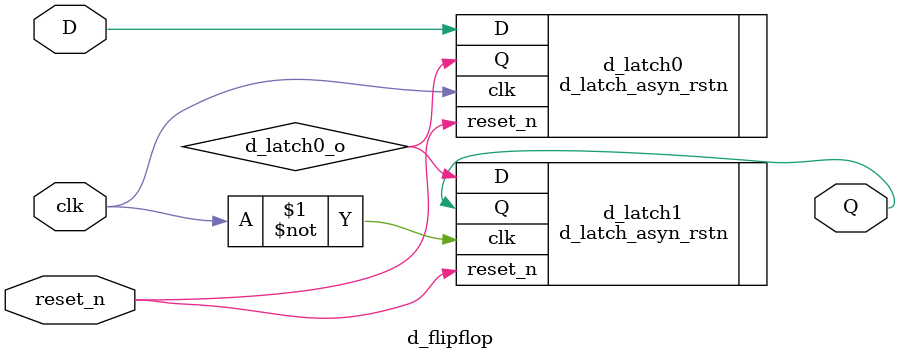
<source format=sv>
`timescale 1ns / 1ps


module d_flipflop(
    input logic clk, 
    input logic D, 
    input logic reset_n,
    output logic Q
);

logic d_latch0_o;
logic d_latch0_clk;
logic d_latch1_clk;

//assign d_latch0_clk = clk;
//assign d_latch1_clk = ~clk;

d_latch_asyn_rstn d_latch0(
    .clk(clk),
    .D(D),
    .reset_n(reset_n),
    .Q(d_latch0_o) 
);

d_latch_asyn_rstn d_latch1(
    .clk(~clk),
    .D(d_latch0_o),
    .reset_n(reset_n),
    .Q(Q)
);

endmodule : d_flipflop
</source>
